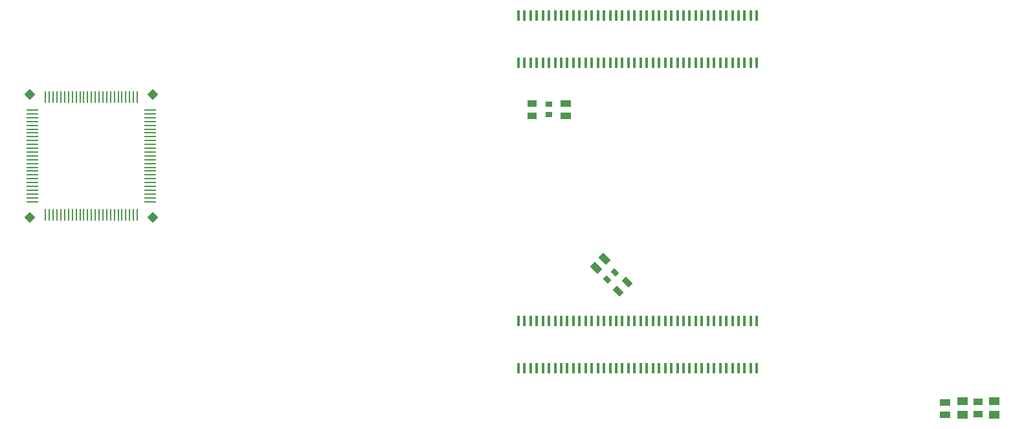
<source format=gbr>
G04*
G04 #@! TF.GenerationSoftware,Altium Limited,Altium Designer,22.4.2 (48)*
G04*
G04 Layer_Color=8421504*
%FSLAX25Y25*%
%MOIN*%
G70*
G04*
G04 #@! TF.SameCoordinates,2DCEC4E4-29E6-4739-8FF7-65C193B2F985*
G04*
G04*
G04 #@! TF.FilePolarity,Positive*
G04*
G01*
G75*
G04:AMPARAMS|DCode=17|XSize=50.79mil|YSize=31.89mil|CornerRadius=0mil|HoleSize=0mil|Usage=FLASHONLY|Rotation=135.000|XOffset=0mil|YOffset=0mil|HoleType=Round|Shape=Rectangle|*
%AMROTATEDRECTD17*
4,1,4,0.02923,-0.00668,0.00668,-0.02923,-0.02923,0.00668,-0.00668,0.02923,0.02923,-0.00668,0.0*
%
%ADD17ROTATEDRECTD17*%

G04:AMPARAMS|DCode=18|XSize=35.04mil|YSize=26.77mil|CornerRadius=0mil|HoleSize=0mil|Usage=FLASHONLY|Rotation=315.000|XOffset=0mil|YOffset=0mil|HoleType=Round|Shape=Rectangle|*
%AMROTATEDRECTD18*
4,1,4,-0.02185,0.00292,-0.00292,0.02185,0.02185,-0.00292,0.00292,-0.02185,-0.02185,0.00292,0.0*
%
%ADD18ROTATEDRECTD18*%

G04:AMPARAMS|DCode=19|XSize=53.94mil|YSize=36.22mil|CornerRadius=0mil|HoleSize=0mil|Usage=FLASHONLY|Rotation=315.000|XOffset=0mil|YOffset=0mil|HoleType=Round|Shape=Rectangle|*
%AMROTATEDRECTD19*
4,1,4,-0.03188,0.00626,-0.00626,0.03188,0.03188,-0.00626,0.00626,-0.03188,-0.03188,0.00626,0.0*
%
%ADD19ROTATEDRECTD19*%

%ADD20P,0.05568X4X270.0*%
%ADD21P,0.05568X4X180.0*%
%ADD22R,0.00787X0.06102*%
%ADD23R,0.06102X0.00787*%
%ADD24R,0.01406X0.05307*%
%ADD25R,0.05394X0.03622*%
%ADD26R,0.05079X0.03189*%
%ADD27R,0.05315X0.04134*%
%ADD28R,0.03504X0.02677*%
D17*
X590217Y157717D02*
D03*
X594783Y162283D02*
D03*
D18*
X588449Y167449D02*
D03*
X584551Y163551D02*
D03*
D19*
X578773Y169773D02*
D03*
X583227Y174227D02*
D03*
D20*
X287264Y195600D02*
D03*
X350736Y259073D02*
D03*
D21*
X287264D02*
D03*
X350736Y195600D02*
D03*
D22*
X342622Y196923D02*
D03*
X340653D02*
D03*
X338685D02*
D03*
X336717D02*
D03*
X334748D02*
D03*
X332780D02*
D03*
X330811D02*
D03*
X328842D02*
D03*
X326874D02*
D03*
X324905D02*
D03*
X322937D02*
D03*
X320969D02*
D03*
X319000D02*
D03*
X317032D02*
D03*
X315063D02*
D03*
X313094D02*
D03*
X311126D02*
D03*
X309157D02*
D03*
X307189D02*
D03*
X305221D02*
D03*
X303252D02*
D03*
X301284D02*
D03*
X299315D02*
D03*
X297346D02*
D03*
X295378D02*
D03*
Y257750D02*
D03*
X297346D02*
D03*
X299315D02*
D03*
X301284D02*
D03*
X303252D02*
D03*
X305221D02*
D03*
X307189D02*
D03*
X309157D02*
D03*
X311126D02*
D03*
X313094D02*
D03*
X315063D02*
D03*
X317032D02*
D03*
X319000D02*
D03*
X320969D02*
D03*
X322937D02*
D03*
X324905D02*
D03*
X326874D02*
D03*
X328842D02*
D03*
X330811D02*
D03*
X332780D02*
D03*
X334748D02*
D03*
X336717D02*
D03*
X338685D02*
D03*
X340653D02*
D03*
X342622D02*
D03*
D23*
X288587Y203715D02*
D03*
Y205683D02*
D03*
Y207652D02*
D03*
Y209620D02*
D03*
Y211589D02*
D03*
Y213557D02*
D03*
Y215526D02*
D03*
Y217494D02*
D03*
Y219463D02*
D03*
Y221431D02*
D03*
Y223400D02*
D03*
Y225368D02*
D03*
Y227337D02*
D03*
Y229305D02*
D03*
Y231274D02*
D03*
Y233242D02*
D03*
Y235211D02*
D03*
Y237179D02*
D03*
Y239148D02*
D03*
Y241116D02*
D03*
Y243085D02*
D03*
Y245053D02*
D03*
Y247022D02*
D03*
Y248990D02*
D03*
Y250959D02*
D03*
X349413D02*
D03*
Y248990D02*
D03*
Y247022D02*
D03*
Y245053D02*
D03*
Y243085D02*
D03*
Y241116D02*
D03*
Y239148D02*
D03*
Y237179D02*
D03*
Y235211D02*
D03*
Y233242D02*
D03*
Y231274D02*
D03*
Y229305D02*
D03*
Y227337D02*
D03*
Y225368D02*
D03*
Y223400D02*
D03*
Y221431D02*
D03*
Y219463D02*
D03*
Y217494D02*
D03*
Y215526D02*
D03*
Y213557D02*
D03*
Y211589D02*
D03*
Y209620D02*
D03*
Y207652D02*
D03*
Y205683D02*
D03*
Y203715D02*
D03*
D24*
X538876Y299698D02*
D03*
Y275399D02*
D03*
X542026Y299698D02*
D03*
Y275399D02*
D03*
X545176Y299698D02*
D03*
Y275399D02*
D03*
X548325Y299698D02*
D03*
Y275399D02*
D03*
X551475Y299698D02*
D03*
Y275399D02*
D03*
X554624Y299698D02*
D03*
Y275399D02*
D03*
X557774Y299698D02*
D03*
Y275399D02*
D03*
X560924Y299698D02*
D03*
Y275399D02*
D03*
X564073Y299698D02*
D03*
Y275399D02*
D03*
X567223Y299698D02*
D03*
Y275399D02*
D03*
X570372Y299698D02*
D03*
Y275399D02*
D03*
X573522Y299698D02*
D03*
Y275399D02*
D03*
X576672Y299698D02*
D03*
Y275399D02*
D03*
X579821Y299698D02*
D03*
Y275399D02*
D03*
X582971Y299698D02*
D03*
Y275399D02*
D03*
X586120Y299698D02*
D03*
Y275399D02*
D03*
X589270Y299698D02*
D03*
Y275399D02*
D03*
X592420Y299698D02*
D03*
Y275399D02*
D03*
X595569Y299698D02*
D03*
Y275399D02*
D03*
X598719Y299698D02*
D03*
Y275399D02*
D03*
X601868Y299698D02*
D03*
Y275399D02*
D03*
X605018Y299698D02*
D03*
Y275399D02*
D03*
X608168Y299698D02*
D03*
Y275399D02*
D03*
X611317Y299698D02*
D03*
Y275399D02*
D03*
X614467Y299698D02*
D03*
Y275399D02*
D03*
X617616Y299698D02*
D03*
Y275399D02*
D03*
X620766Y299698D02*
D03*
Y275399D02*
D03*
X623916Y299698D02*
D03*
Y275399D02*
D03*
X627065Y299698D02*
D03*
Y275399D02*
D03*
X630215Y299698D02*
D03*
Y275399D02*
D03*
X633364Y299698D02*
D03*
Y275399D02*
D03*
X636514Y299698D02*
D03*
Y275399D02*
D03*
X639664Y299698D02*
D03*
Y275399D02*
D03*
X642813Y299698D02*
D03*
Y275399D02*
D03*
X645963Y299698D02*
D03*
Y275399D02*
D03*
X649113Y299698D02*
D03*
Y275399D02*
D03*
X652262Y299698D02*
D03*
Y275399D02*
D03*
X655412Y299698D02*
D03*
Y275399D02*
D03*
X658561Y299698D02*
D03*
Y275399D02*
D03*
X661711Y299698D02*
D03*
Y275399D02*
D03*
Y117919D02*
D03*
Y142218D02*
D03*
X658561Y117919D02*
D03*
Y142218D02*
D03*
X655412Y117919D02*
D03*
Y142218D02*
D03*
X652262Y117919D02*
D03*
Y142218D02*
D03*
X649113Y117919D02*
D03*
Y142218D02*
D03*
X645963Y117919D02*
D03*
Y142218D02*
D03*
X642813Y117919D02*
D03*
Y142218D02*
D03*
X639664Y117919D02*
D03*
Y142218D02*
D03*
X636514Y117919D02*
D03*
Y142218D02*
D03*
X633364Y117919D02*
D03*
Y142218D02*
D03*
X630215Y117919D02*
D03*
Y142218D02*
D03*
X627065Y117919D02*
D03*
Y142218D02*
D03*
X623916Y117919D02*
D03*
Y142218D02*
D03*
X620766Y117919D02*
D03*
Y142218D02*
D03*
X617616Y117919D02*
D03*
Y142218D02*
D03*
X614467Y117919D02*
D03*
Y142218D02*
D03*
X611317Y117919D02*
D03*
Y142218D02*
D03*
X608168Y117919D02*
D03*
Y142218D02*
D03*
X605018Y117919D02*
D03*
Y142218D02*
D03*
X601868Y117919D02*
D03*
Y142218D02*
D03*
X598719Y117919D02*
D03*
Y142218D02*
D03*
X595569Y117919D02*
D03*
Y142218D02*
D03*
X592420Y117919D02*
D03*
Y142218D02*
D03*
X589270Y117919D02*
D03*
Y142218D02*
D03*
X586120Y117919D02*
D03*
Y142218D02*
D03*
X582971Y117919D02*
D03*
Y142218D02*
D03*
X579821Y117919D02*
D03*
Y142218D02*
D03*
X576672Y117919D02*
D03*
Y142218D02*
D03*
X573522Y117919D02*
D03*
Y142218D02*
D03*
X570372Y117919D02*
D03*
Y142218D02*
D03*
X567223Y117919D02*
D03*
Y142218D02*
D03*
X564073Y117919D02*
D03*
Y142218D02*
D03*
X560924Y117919D02*
D03*
Y142218D02*
D03*
X557774Y117919D02*
D03*
Y142218D02*
D03*
X554624Y117919D02*
D03*
Y142218D02*
D03*
X551475Y117919D02*
D03*
Y142218D02*
D03*
X548325Y117919D02*
D03*
Y142218D02*
D03*
X545176Y117919D02*
D03*
Y142218D02*
D03*
X542026Y117919D02*
D03*
Y142218D02*
D03*
X538876Y117919D02*
D03*
Y142218D02*
D03*
D25*
X758750Y93992D02*
D03*
Y100291D02*
D03*
X563379Y247837D02*
D03*
Y254136D02*
D03*
D26*
X546000Y254352D02*
D03*
Y247896D02*
D03*
X775500Y100728D02*
D03*
Y94272D02*
D03*
D27*
X767500Y93957D02*
D03*
Y101043D02*
D03*
X784000Y93957D02*
D03*
Y101043D02*
D03*
D28*
X554750Y253976D02*
D03*
Y248465D02*
D03*
M02*

</source>
